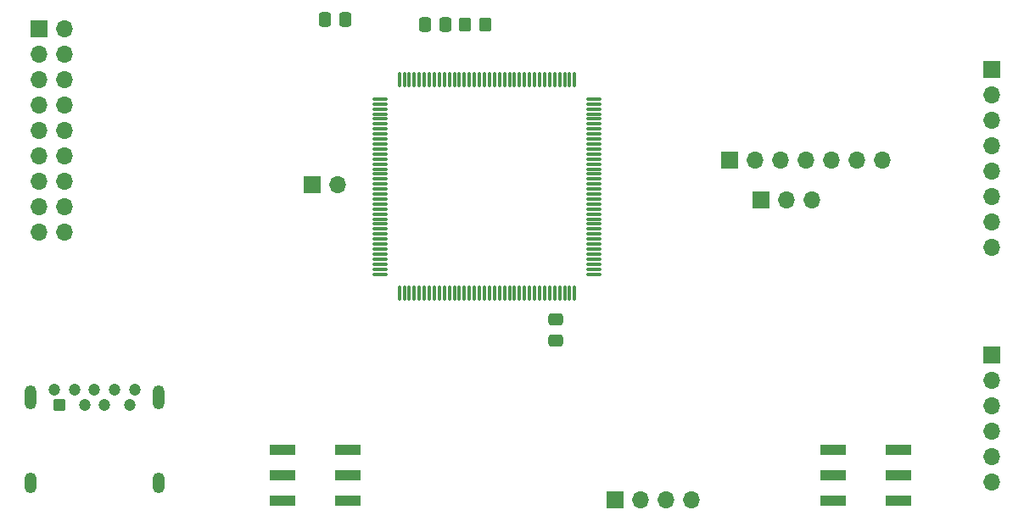
<source format=gbr>
%TF.GenerationSoftware,KiCad,Pcbnew,8.0.6*%
%TF.CreationDate,2024-11-07T17:09:19-06:00*%
%TF.ProjectId,CameraAI_PCB,43616d65-7261-4414-995f-5043422e6b69,rev?*%
%TF.SameCoordinates,Original*%
%TF.FileFunction,Soldermask,Top*%
%TF.FilePolarity,Negative*%
%FSLAX46Y46*%
G04 Gerber Fmt 4.6, Leading zero omitted, Abs format (unit mm)*
G04 Created by KiCad (PCBNEW 8.0.6) date 2024-11-07 17:09:19*
%MOMM*%
%LPD*%
G01*
G04 APERTURE LIST*
G04 Aperture macros list*
%AMRoundRect*
0 Rectangle with rounded corners*
0 $1 Rounding radius*
0 $2 $3 $4 $5 $6 $7 $8 $9 X,Y pos of 4 corners*
0 Add a 4 corners polygon primitive as box body*
4,1,4,$2,$3,$4,$5,$6,$7,$8,$9,$2,$3,0*
0 Add four circle primitives for the rounded corners*
1,1,$1+$1,$2,$3*
1,1,$1+$1,$4,$5*
1,1,$1+$1,$6,$7*
1,1,$1+$1,$8,$9*
0 Add four rect primitives between the rounded corners*
20,1,$1+$1,$2,$3,$4,$5,0*
20,1,$1+$1,$4,$5,$6,$7,0*
20,1,$1+$1,$6,$7,$8,$9,0*
20,1,$1+$1,$8,$9,$2,$3,0*%
G04 Aperture macros list end*
%ADD10R,1.700000X1.700000*%
%ADD11O,1.700000X1.700000*%
%ADD12RoundRect,0.250000X-0.350000X-0.450000X0.350000X-0.450000X0.350000X0.450000X-0.350000X0.450000X0*%
%ADD13RoundRect,0.250000X0.475000X-0.337500X0.475000X0.337500X-0.475000X0.337500X-0.475000X-0.337500X0*%
%ADD14R,2.500000X1.000000*%
%ADD15RoundRect,0.250000X-0.350000X-0.350000X0.350000X-0.350000X0.350000X0.350000X-0.350000X0.350000X0*%
%ADD16C,1.200000*%
%ADD17O,1.200000X2.400000*%
%ADD18O,1.200000X2.100000*%
%ADD19RoundRect,0.250000X-0.337500X-0.475000X0.337500X-0.475000X0.337500X0.475000X-0.337500X0.475000X0*%
%ADD20RoundRect,0.075000X-0.662500X-0.075000X0.662500X-0.075000X0.662500X0.075000X-0.662500X0.075000X0*%
%ADD21RoundRect,0.075000X-0.075000X-0.662500X0.075000X-0.662500X0.075000X0.662500X-0.075000X0.662500X0*%
G04 APERTURE END LIST*
D10*
%TO.C,J1*%
X94460000Y-54920000D03*
D11*
X97000000Y-54920000D03*
X94460000Y-57460000D03*
X97000000Y-57460000D03*
X94460000Y-60000000D03*
X97000000Y-60000000D03*
X94460000Y-62540000D03*
X97000000Y-62540000D03*
X94460000Y-65080000D03*
X97000000Y-65080000D03*
X94460000Y-67620000D03*
X97000000Y-67620000D03*
X94460000Y-70160000D03*
X97000000Y-70160000D03*
X94460000Y-72700000D03*
X97000000Y-72700000D03*
X94460000Y-75240000D03*
X97000000Y-75240000D03*
%TD*%
D12*
%TO.C,R1*%
X137000000Y-54500000D03*
X139000000Y-54500000D03*
%TD*%
D10*
%TO.C,J3*%
X163340000Y-68000000D03*
D11*
X165880000Y-68000000D03*
X168420000Y-68000000D03*
X170960000Y-68000000D03*
X173500000Y-68000000D03*
X176040000Y-68000000D03*
X178580000Y-68000000D03*
%TD*%
D13*
%TO.C,C22*%
X146000000Y-86037500D03*
X146000000Y-83962500D03*
%TD*%
D10*
%TO.C,J6*%
X151920000Y-102000000D03*
D11*
X154460000Y-102000000D03*
X157000000Y-102000000D03*
X159540000Y-102000000D03*
%TD*%
D14*
%TO.C,SW1*%
X118750000Y-96960000D03*
X125250000Y-102040000D03*
X118750000Y-102040000D03*
X125250000Y-96960000D03*
X118750000Y-99500000D03*
X125250000Y-99500000D03*
%TD*%
D15*
%TO.C,J2*%
X96500000Y-92500000D03*
D16*
X99000000Y-92500000D03*
X101000000Y-92500000D03*
X103500000Y-92500000D03*
X104000000Y-91000000D03*
X102000000Y-91000000D03*
X100000000Y-91000000D03*
X98000000Y-91000000D03*
X96000000Y-91000000D03*
D17*
X93600000Y-91750000D03*
D18*
X93600000Y-100250000D03*
D17*
X106400000Y-91750000D03*
D18*
X106400000Y-100250000D03*
%TD*%
D10*
%TO.C,J7*%
X166500000Y-72000000D03*
D11*
X169040000Y-72000000D03*
X171580000Y-72000000D03*
%TD*%
D19*
%TO.C,C24*%
X122962500Y-54000000D03*
X125037500Y-54000000D03*
%TD*%
D14*
%TO.C,SW2*%
X173750000Y-96960000D03*
X180250000Y-102040000D03*
X173750000Y-102040000D03*
X180250000Y-96960000D03*
X173750000Y-99500000D03*
X180250000Y-99500000D03*
%TD*%
D10*
%TO.C,J5*%
X121725000Y-70500000D03*
D11*
X124265000Y-70500000D03*
%TD*%
D10*
%TO.C,J8*%
X189500000Y-58960000D03*
D11*
X189500000Y-61500000D03*
X189500000Y-64040000D03*
X189500000Y-66580000D03*
X189500000Y-69120000D03*
X189500000Y-71660000D03*
X189500000Y-74200000D03*
X189500000Y-76740000D03*
%TD*%
D19*
%TO.C,C21*%
X132962500Y-54500000D03*
X135037500Y-54500000D03*
%TD*%
D10*
%TO.C,J4*%
X189500000Y-87460000D03*
D11*
X189500000Y-90000000D03*
X189500000Y-92540000D03*
X189500000Y-95080000D03*
X189500000Y-97620000D03*
X189500000Y-100160000D03*
%TD*%
D20*
%TO.C,U1*%
X128500000Y-61912500D03*
X128500000Y-62412500D03*
X128500000Y-62912500D03*
X128500000Y-63412500D03*
X128500000Y-63912500D03*
X128500000Y-64412500D03*
X128500000Y-64912500D03*
X128500000Y-65412500D03*
X128500000Y-65912500D03*
X128500000Y-66412500D03*
X128500000Y-66912500D03*
X128500000Y-67412500D03*
X128500000Y-67912500D03*
X128500000Y-68412500D03*
X128500000Y-68912500D03*
X128500000Y-69412500D03*
X128500000Y-69912500D03*
X128500000Y-70412500D03*
X128500000Y-70912500D03*
X128500000Y-71412500D03*
X128500000Y-71912500D03*
X128500000Y-72412500D03*
X128500000Y-72912500D03*
X128500000Y-73412500D03*
X128500000Y-73912500D03*
X128500000Y-74412500D03*
X128500000Y-74912500D03*
X128500000Y-75412500D03*
X128500000Y-75912500D03*
X128500000Y-76412500D03*
X128500000Y-76912500D03*
X128500000Y-77412500D03*
X128500000Y-77912500D03*
X128500000Y-78412500D03*
X128500000Y-78912500D03*
X128500000Y-79412500D03*
D21*
X130412500Y-81325000D03*
X130912500Y-81325000D03*
X131412500Y-81325000D03*
X131912500Y-81325000D03*
X132412500Y-81325000D03*
X132912500Y-81325000D03*
X133412500Y-81325000D03*
X133912500Y-81325000D03*
X134412500Y-81325000D03*
X134912500Y-81325000D03*
X135412500Y-81325000D03*
X135912500Y-81325000D03*
X136412500Y-81325000D03*
X136912500Y-81325000D03*
X137412500Y-81325000D03*
X137912500Y-81325000D03*
X138412500Y-81325000D03*
X138912500Y-81325000D03*
X139412500Y-81325000D03*
X139912500Y-81325000D03*
X140412500Y-81325000D03*
X140912500Y-81325000D03*
X141412500Y-81325000D03*
X141912500Y-81325000D03*
X142412500Y-81325000D03*
X142912500Y-81325000D03*
X143412500Y-81325000D03*
X143912500Y-81325000D03*
X144412500Y-81325000D03*
X144912500Y-81325000D03*
X145412500Y-81325000D03*
X145912500Y-81325000D03*
X146412500Y-81325000D03*
X146912500Y-81325000D03*
X147412500Y-81325000D03*
X147912500Y-81325000D03*
D20*
X149825000Y-79412500D03*
X149825000Y-78912500D03*
X149825000Y-78412500D03*
X149825000Y-77912500D03*
X149825000Y-77412500D03*
X149825000Y-76912500D03*
X149825000Y-76412500D03*
X149825000Y-75912500D03*
X149825000Y-75412500D03*
X149825000Y-74912500D03*
X149825000Y-74412500D03*
X149825000Y-73912500D03*
X149825000Y-73412500D03*
X149825000Y-72912500D03*
X149825000Y-72412500D03*
X149825000Y-71912500D03*
X149825000Y-71412500D03*
X149825000Y-70912500D03*
X149825000Y-70412500D03*
X149825000Y-69912500D03*
X149825000Y-69412500D03*
X149825000Y-68912500D03*
X149825000Y-68412500D03*
X149825000Y-67912500D03*
X149825000Y-67412500D03*
X149825000Y-66912500D03*
X149825000Y-66412500D03*
X149825000Y-65912500D03*
X149825000Y-65412500D03*
X149825000Y-64912500D03*
X149825000Y-64412500D03*
X149825000Y-63912500D03*
X149825000Y-63412500D03*
X149825000Y-62912500D03*
X149825000Y-62412500D03*
X149825000Y-61912500D03*
D21*
X147912500Y-60000000D03*
X147412500Y-60000000D03*
X146912500Y-60000000D03*
X146412500Y-60000000D03*
X145912500Y-60000000D03*
X145412500Y-60000000D03*
X144912500Y-60000000D03*
X144412500Y-60000000D03*
X143912500Y-60000000D03*
X143412500Y-60000000D03*
X142912500Y-60000000D03*
X142412500Y-60000000D03*
X141912500Y-60000000D03*
X141412500Y-60000000D03*
X140912500Y-60000000D03*
X140412500Y-60000000D03*
X139912500Y-60000000D03*
X139412500Y-60000000D03*
X138912500Y-60000000D03*
X138412500Y-60000000D03*
X137912500Y-60000000D03*
X137412500Y-60000000D03*
X136912500Y-60000000D03*
X136412500Y-60000000D03*
X135912500Y-60000000D03*
X135412500Y-60000000D03*
X134912500Y-60000000D03*
X134412500Y-60000000D03*
X133912500Y-60000000D03*
X133412500Y-60000000D03*
X132912500Y-60000000D03*
X132412500Y-60000000D03*
X131912500Y-60000000D03*
X131412500Y-60000000D03*
X130912500Y-60000000D03*
X130412500Y-60000000D03*
%TD*%
M02*

</source>
